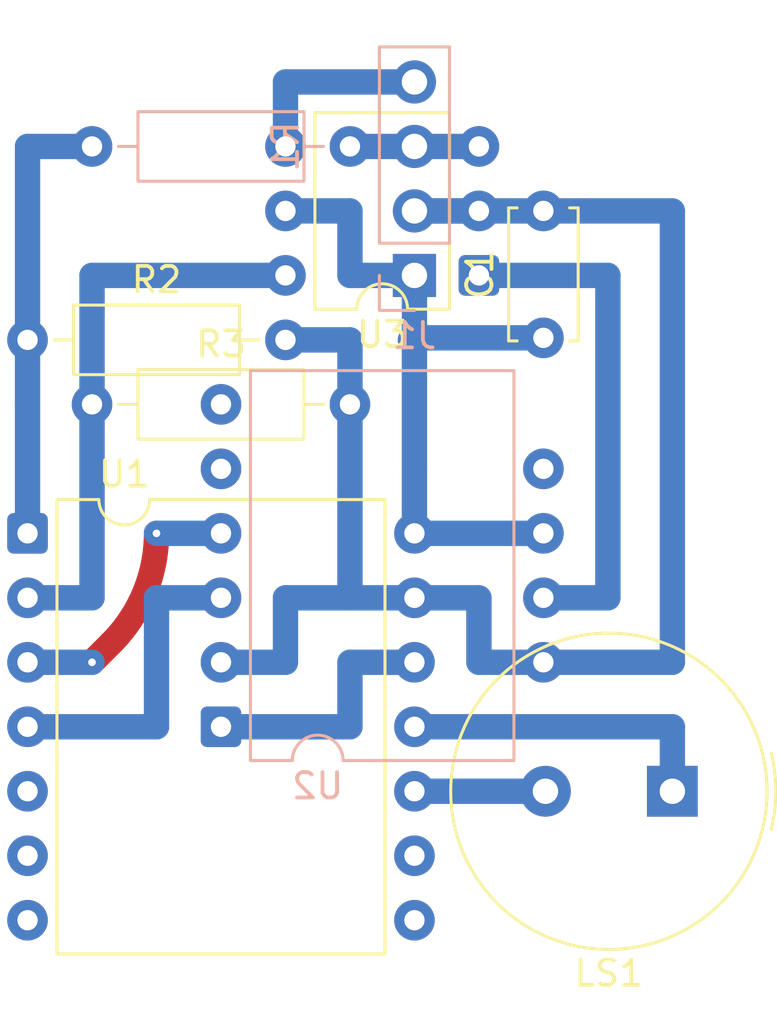
<source format=kicad_pcb>
(kicad_pcb (version 20241229) (generator "pcbnew") (generator_version "9.0")
  (layers (0 "F.Cu" signal) (2 "B.Cu" signal) (13 "F.Paste" user) (15 "B.Paste" user) (5 "F.SilkS" user "F.Silkscreen") (7 "B.SilkS" user "B.Silkscreen") (1 "F.Mask" user) (3 "B.Mask" user) (25 "Edge.Cuts" user))
  (net 0 "")
  (net 1 "/KNOB")
  (net 2 "/RETURN")
  (net 4 "+3V3")
  (net 5 "GND")
  (net 6 "+5V")
  (net 11 "/BYPASS")
  (net 12 "/SDA")
  (net 13 "/SCL")
  (net 14 "/INPUT")
  (net 15 "/OUPUT")
  (net 16 "Net-(U1-PA5_A9_D9_MISO)")
  (net 19 "Net-(U1-PA6_A10_D10_MOSI)")
  (footprint "Capacitor_THT:C_Disc_D5.0mm_W2.5mm_P5.00mm" (layer "F.Cu") (at 81.28 106.6 90)
    (property "Reference" "C1" (at 2.5 -2.5 90) (layer "F.SilkS"))
    (property "Value" "0.1µF")
    (fp_line (start 5.12 -1.37) (end 5.12 -1.033) (stroke (width 0.12)) (layer "F.SilkS"))
    (fp_line (start -0.12 -1.37) (end 5.12 -1.37) (stroke (width 0.12)) (layer "F.SilkS"))
    (fp_line (start -0.12 -1.033) (end -0.12 -1.37) (stroke (width 0.12)) (layer "F.SilkS"))
    (fp_line (start 5.12 1.033) (end 5.12 1.37) (stroke (width 0.12)) (layer "F.SilkS"))
    (fp_line (start 5.12 1.37) (end -0.12 1.37) (stroke (width 0.12)) (layer "F.SilkS"))
    (fp_line (start -0.12 1.37) (end -0.12 1.033) (stroke (width 0.12)) (layer "F.SilkS"))
    (pad "1" thru_hole circle (at 0 0 90) (size 1.6 1.6) (drill 0.8) (layers "*.Cu" "*.Mask") (net 6 "+5V"))
    (pad "2" thru_hole circle (at 5 0 90) (size 1.6 1.6) (drill 0.8) (layers "*.Cu" "*.Mask") (net 5 "GND"))
  )
  (footprint "Resistor_THT:R_Axial_DIN0207_L6.3mm_D2.5mm_P10.16mm_Horizontal" (layer "F.Cu") (at 60.96 106.68)
    (property "Reference" "R2" (at 5.08 -2.37 0) (layer "F.SilkS"))
    (property "Value" "18kΩ")
    (fp_line (start 1.04 0) (end 1.81 0) (stroke (width 0.12)) (layer "F.SilkS"))
    (fp_line (start 9.12 0) (end 8.35 0) (stroke (width 0.12)) (layer "F.SilkS"))
    (fp_rect (start 1.81 -1.37) (end 8.35 1.37) (stroke (width 0.12)) (fill no) (layer "F.SilkS"))
    (pad "1" thru_hole circle (at 0 0) (size 1.6 1.6) (drill 0.8) (layers "*.Cu" "*.Mask") (net 14 "/INPUT"))
    (pad "2" thru_hole circle (at 10.16 0) (size 1.6 1.6) (drill 0.8) (layers "*.Cu" "*.Mask") (net 5 "GND"))
  )
  (footprint "Package_DIP:DIP-14_W7.62mm" (layer "F.Cu") (at 60.96 114.3)
    (property "Reference" "U1" (at 3.81 -2.33 0) (layer "F.SilkS"))
    (property "Value" "XIAO-nRF52840")
    (fp_line (start 1.16 -1.33) (end 1.16 16.57) (stroke (width 0.12)) (layer "F.SilkS"))
    (fp_line (start 1.16 16.57) (end 14.08 16.57) (stroke (width 0.12)) (layer "F.SilkS"))
    (fp_line (start 2.81 -1.33) (end 1.16 -1.33) (stroke (width 0.12)) (layer "F.SilkS"))
    (fp_line (start 14.08 -1.33) (end 4.81 -1.33) (stroke (width 0.12)) (layer "F.SilkS"))
    (fp_line (start 14.08 16.57) (end 14.08 -1.33) (stroke (width 0.12)) (layer "F.SilkS"))
    (fp_arc (start 4.81 -1.33) (mid 3.81 -0.33) (end 2.81 -1.33) (stroke (width 0.12)) (layer "F.SilkS"))
    (pad "1" thru_hole roundrect (at 0 0) (size 1.6 1.6) (drill 0.8) (layers "*.Cu" "*.Mask") (roundrect_rratio 0.15625) (net 14 "/INPUT"))
    (pad "2" thru_hole circle (at 0 2.54) (size 1.6 1.6) (drill 0.8) (layers "*.Cu" "*.Mask") (net 11 "/BYPASS"))
    (pad "3" thru_hole circle (at 0 5.08) (size 1.6 1.6) (drill 0.8) (layers "*.Cu" "*.Mask") (net 13 "/SCL"))
    (pad "4" thru_hole circle (at 0 7.62) (size 1.6 1.6) (drill 0.8) (layers "*.Cu" "*.Mask") (net 12 "/SDA"))
    (pad "5" thru_hole circle (at 0 10.16) (size 1.6 1.6) (drill 0.8) (layers "*.Cu" "*.Mask"))
    (pad "6" thru_hole circle (at 0 12.7) (size 1.6 1.6) (drill 0.8) (layers "*.Cu" "*.Mask"))
    (pad "7" thru_hole circle (at 0 15.24) (size 1.6 1.6) (drill 0.8) (layers "*.Cu" "*.Mask"))
    (pad "8" thru_hole circle (at 15.24 15.24) (size 1.6 1.6) (drill 0.8) (layers "*.Cu" "*.Mask"))
    (pad "9" thru_hole circle (at 15.24 12.7) (size 1.6 1.6) (drill 0.8) (layers "*.Cu" "*.Mask"))
    (pad "10" thru_hole circle (at 15.24 10.16) (size 1.6 1.6) (drill 0.8) (layers "*.Cu" "*.Mask") (net 16 "Net-(U1-PA5_A9_D9_MISO)"))
    (pad "11" thru_hole circle (at 15.24 7.62) (size 1.6 1.6) (drill 0.8) (layers "*.Cu" "*.Mask") (net 19 "Net-(U1-PA6_A10_D10_MOSI)"))
    (pad "12" thru_hole circle (at 15.24 5.08) (size 1.6 1.6) (drill 0.8) (layers "*.Cu" "*.Mask") (net 4 "+3V3"))
    (pad "13" thru_hole circle (at 15.24 2.54) (size 1.6 1.6) (drill 0.8) (layers "*.Cu" "*.Mask") (net 5 "GND"))
    (pad "14" thru_hole circle (at 15.24 0) (size 1.6 1.6) (drill 0.8) (layers "*.Cu" "*.Mask") (net 6 "+5V"))
  )
  (footprint "Resistor_THT:R_Axial_DIN0207_L6.3mm_D2.5mm_P10.16mm_Horizontal" (layer "F.Cu") (at 63.5 109.22)
    (property "Reference" "R3" (at 5.08 -2.37 0) (layer "F.SilkS"))
    (property "Value" "10kΩ")
    (fp_line (start 1.04 0) (end 1.81 0) (stroke (width 0.12)) (layer "F.SilkS"))
    (fp_line (start 9.12 0) (end 8.35 0) (stroke (width 0.12)) (layer "F.SilkS"))
    (fp_rect (start 1.81 -1.37) (end 8.35 1.37) (stroke (width 0.12)) (fill no) (layer "F.SilkS"))
    (pad "1" thru_hole circle (at 0 0) (size 1.6 1.6) (drill 0.8) (layers "*.Cu" "*.Mask") (net 11 "/BYPASS"))
    (pad "2" thru_hole circle (at 10.16 0) (size 1.6 1.6) (drill 0.8) (layers "*.Cu" "*.Mask") (net 5 "GND"))
  )
  (footprint "Buzzer_Beeper:Buzzer_TDK_PS1240P02BT_D12.2mm_H6.5mm" (layer "F.Cu") (at 86.36 124.46 180)
    (property "Reference" "LS1" (at 2.5 -7.17 0) (layer "F.SilkS"))
    (property "Value" "Speaker")
    (fp_arc (start -3.9 1.499999) (mid -4.073431 0) (end -3.9 -1.5) (stroke (width 0.12)) (layer "F.SilkS"))
    (fp_circle (center 2.5 0) (end 8.73 0) (stroke (width 0.12)) (fill no) (layer "F.SilkS"))
    (pad "1" thru_hole rect (at 0 0 180) (size 2 2) (drill 1) (layers "*.Cu" "*.Mask") (net 19 "Net-(U1-PA6_A10_D10_MOSI)"))
    (pad "2" thru_hole circle (at 5 0 180) (size 2 2) (drill 1) (layers "*.Cu" "*.Mask") (net 16 "Net-(U1-PA5_A9_D9_MISO)"))
  )
  (footprint "Package_DIP:DIP-6_W7.62mm" (layer "F.Cu") (at 78.74 104.14 180)
    (property "Reference" "U3" (at 3.81 -2.33 0) (layer "F.SilkS"))
    (property "Value" "TS5A3159DBV")
    (fp_line (start 6.46 6.41) (end 6.46 -1.33) (stroke (width 0.12)) (layer "F.SilkS"))
    (fp_line (start 6.46 -1.33) (end 4.81 -1.33) (stroke (width 0.12)) (layer "F.SilkS"))
    (fp_line (start 2.81 -1.33) (end 1.16 -1.33) (stroke (width 0.12)) (layer "F.SilkS"))
    (fp_line (start 1.16 6.41) (end 6.46 6.41) (stroke (width 0.12)) (layer "F.SilkS"))
    (fp_line (start 1.16 -1.33) (end 1.16 6.41) (stroke (width 0.12)) (layer "F.SilkS"))
    (fp_arc (start 4.81 -1.33) (mid 3.81 -0.33) (end 2.81 -1.33) (stroke (width 0.12)) (layer "F.SilkS"))
    (pad "1" thru_hole roundrect (at 0 0 180) (size 1.6 1.6) (drill 0.8) (layers "*.Cu" "*.Mask") (roundrect_rratio 0.15625) (net 15 "/OUPUT"))
    (pad "2" thru_hole circle (at 0 2.54 180) (size 1.6 1.6) (drill 0.8) (layers "*.Cu" "*.Mask") (net 5 "GND"))
    (pad "3" thru_hole circle (at 0 5.08 180) (size 1.6 1.6) (drill 0.8) (layers "*.Cu" "*.Mask") (net 1 "/KNOB"))
    (pad "4" thru_hole circle (at 7.62 5.08 180) (size 1.6 1.6) (drill 0.8) (layers "*.Cu" "*.Mask") (net 2 "/RETURN"))
    (pad "5" thru_hole circle (at 7.62 2.54 180) (size 1.6 1.6) (drill 0.8) (layers "*.Cu" "*.Mask") (net 6 "+5V"))
    (pad "6" thru_hole circle (at 7.62 0 180) (size 1.6 1.6) (drill 0.8) (layers "*.Cu" "*.Mask") (net 11 "/BYPASS"))
  )
  (footprint "Resistor_THT:R_Axial_DIN0207_L6.3mm_D2.5mm_P10.16mm_Horizontal" (layer "B.Cu") (at 73.66 99.06 180)
    (property "Reference" "R1" (at 2.54 0 90) (layer "B.SilkS") (effects (justify mirror)))
    (property "Value" "10kΩ")
    (fp_line (start 9.12 0) (end 8.35 0) (stroke (width 0.12)) (layer "B.SilkS"))
    (fp_line (start 1.04 0) (end 1.81 0) (stroke (width 0.12)) (layer "B.SilkS"))
    (fp_rect (start 1.81 1.37) (end 8.35 -1.37) (stroke (width 0.12)) (fill no) (layer "B.SilkS"))
    (pad "1" thru_hole circle (at 0 0 180) (size 1.6 1.6) (drill 0.8) (layers "*.Cu" "*.Mask") (net 1 "/KNOB"))
    (pad "2" thru_hole circle (at 10.16 0 180) (size 1.6 1.6) (drill 0.8) (layers "*.Cu" "*.Mask") (net 14 "/INPUT"))
  )
  (footprint "Package_DIP:DIP-12_W7.62mm" (layer "B.Cu") (at 68.58 121.92)
    (property "Reference" "U2" (at 3.81 2.33 180) (layer "B.SilkS") (effects (justify mirror)))
    (property "Value" "Adafruit DS3502")
    (fp_line (start 1.16 -14.03) (end 11.54 -14.03) (stroke (width 0.12)) (layer "B.SilkS"))
    (fp_line (start 1.16 1.33) (end 1.16 -14.03) (stroke (width 0.12)) (layer "B.SilkS"))
    (fp_line (start 2.81 1.33) (end 1.16 1.33) (stroke (width 0.12)) (layer "B.SilkS"))
    (fp_line (start 11.54 -14.03) (end 11.54 1.33) (stroke (width 0.12)) (layer "B.SilkS"))
    (fp_line (start 11.54 1.33) (end 4.81 1.33) (stroke (width 0.12)) (layer "B.SilkS"))
    (fp_arc (start 2.81 1.33) (mid 3.81 0.33) (end 4.81 1.33) (stroke (width 0.12)) (layer "B.SilkS"))
    (pad "1" thru_hole circle (at 0 -7.62) (size 1.6 1.6) (drill 0.8) (layers "*.Cu" "*.Mask") (net 13 "/SCL"))
    (pad "2" thru_hole circle (at 0 -2.54) (size 1.6 1.6) (drill 0.8) (layers "*.Cu" "*.Mask") (net 5 "GND"))
    (pad "3" thru_hole roundrect (at 0 0) (size 1.6 1.6) (drill 0.8) (layers "*.Cu" "*.Mask") (roundrect_rratio 0.15625) (net 4 "+3V3"))
    (pad "4" thru_hole circle (at 0 -12.7) (size 1.6 1.6) (drill 0.8) (layers "*.Cu" "*.Mask"))
    (pad "5" thru_hole circle (at 0 -10.16) (size 1.6 1.6) (drill 0.8) (layers "*.Cu" "*.Mask"))
    (pad "6" thru_hole circle (at 12.7 -7.62) (size 1.6 1.6) (drill 0.8) (layers "*.Cu" "*.Mask") (net 6 "+5V"))
    (pad "7" thru_hole circle (at 12.7 -5.08) (size 1.6 1.6) (drill 0.8) (layers "*.Cu" "*.Mask") (net 15 "/OUPUT"))
    (pad "8" thru_hole circle (at 12.7 -2.54) (size 1.6 1.6) (drill 0.8) (layers "*.Cu" "*.Mask") (net 5 "GND"))
    (pad "9" thru_hole circle (at 12.7 -10.16) (size 1.6 1.6) (drill 0.8) (layers "*.Cu" "*.Mask"))
    (pad "10" thru_hole circle (at 0 -5.08) (size 1.6 1.6) (drill 0.8) (layers "*.Cu" "*.Mask") (net 12 "/SDA"))
  )
  (footprint "Connector_PinHeader_2.54mm:PinHeader_1x04_P2.54mm_Vertical" (layer "B.Cu") (at 76.2 104.14)
    (property "Reference" "J1" (at 0 2.38 0) (layer "B.SilkS") (effects (justify mirror)))
    (property "Value" "Conn_Stove")
    (fp_line (start -1.38 -9) (end 1.38 -9) (stroke (width 0.12)) (layer "B.SilkS"))
    (fp_line (start -1.38 -1.27) (end -1.38 -9) (stroke (width 0.12)) (layer "B.SilkS"))
    (fp_line (start -1.38 -1.27) (end 1.38 -1.27) (stroke (width 0.12)) (layer "B.SilkS"))
    (fp_line (start -1.38 0) (end -1.38 1.38) (stroke (width 0.12)) (layer "B.SilkS"))
    (fp_line (start -1.38 1.38) (end 0 1.38) (stroke (width 0.12)) (layer "B.SilkS"))
    (fp_line (start 1.38 -1.27) (end 1.38 -9) (stroke (width 0.12)) (layer "B.SilkS"))
    (pad "1" thru_hole rect (at 0 0) (size 1.7 1.7) (drill 1) (layers "*.Cu" "*.Mask") (net 6 "+5V"))
    (pad "2" thru_hole circle (at 0 -2.54) (size 1.7 1.7) (drill 1) (layers "*.Cu" "*.Mask") (net 5 "GND"))
    (pad "3" thru_hole circle (at 0 -5.08) (size 1.7 1.7) (drill 1) (layers "*.Cu" "*.Mask") (net 1 "/KNOB"))
    (pad "4" thru_hole circle (at 0 -7.62) (size 1.7 1.7) (drill 1) (layers "*.Cu" "*.Mask") (net 2 "/RETURN"))
  )
  (segment (start 76.2 99.06) (end 73.66 99.06) (width 1) (layer "B.Cu") (net 1))
  (segment (start 76.2 99.06) (end 78.74 99.06) (width 1) (layer "B.Cu") (net 1))
  (segment (start 71.12 96.52) (end 71.12 99.06) (width 1) (layer "B.Cu") (net 2))
  (segment (start 76.2 96.52) (end 71.12 96.52) (width 1) (layer "B.Cu") (net 2))
  (segment (start 73.66 121.92) (end 68.58 121.92) (width 1) (layer "B.Cu") (net 4))
  (segment (start 73.66 119.38) (end 73.66 121.92) (width 1) (layer "B.Cu") (net 4))
  (segment (start 76.2 119.38) (end 73.66 119.38) (width 1) (layer "B.Cu") (net 4))
  (segment (start 86.36 101.6) (end 86.36 119.38) (width 1) (layer "B.Cu") (net 5))
  (segment (start 71.12 119.38) (end 68.58 119.38) (width 1) (layer "B.Cu") (net 5))
  (segment (start 81.28 101.6) (end 86.36 101.6) (width 1) (layer "B.Cu") (net 5))
  (segment (start 76.2 116.84) (end 73.66 116.84) (width 1) (layer "B.Cu") (net 5))
  (segment (start 78.74 116.84) (end 76.2 116.84) (width 1) (layer "B.Cu") (net 5))
  (segment (start 78.74 101.6) (end 76.2 101.6) (width 1) (layer "B.Cu") (net 5))
  (segment (start 81.28 119.38) (end 78.74 119.38) (width 1) (layer "B.Cu") (net 5))
  (segment (start 76.2 101.6) (end 81.28 101.6) (width 1) (layer "B.Cu") (net 5))
  (segment (start 86.36 119.38) (end 81.28 119.38) (width 1) (layer "B.Cu") (net 5))
  (segment (start 73.66 109.22) (end 73.66 116.84) (width 1) (layer "B.Cu") (net 5))
  (segment (start 73.66 106.68) (end 73.66 109.22) (width 1) (layer "B.Cu") (net 5))
  (segment (start 73.66 116.84) (end 71.12 116.84) (width 1) (layer "B.Cu") (net 5))
  (segment (start 78.74 119.38) (end 78.74 116.84) (width 1) (layer "B.Cu") (net 5))
  (segment (start 71.12 106.68) (end 73.66 106.68) (width 1) (layer "B.Cu") (net 5))
  (segment (start 71.12 116.84) (end 71.12 119.38) (width 1) (layer "B.Cu") (net 5))
  (segment (start 76.12 106.6) (end 76.2 106.6) (width 1) (layer "B.Cu") (net 6))
  (segment (start 76.2 111.76) (end 76.2 106.68) (width 1) (layer "B.Cu") (net 6))
  (segment (start 81.28 114.3) (end 76.2 114.3) (width 1) (layer "B.Cu") (net 6))
  (segment (start 71.12 101.6) (end 73.66 101.6) (width 1) (layer "B.Cu") (net 6))
  (segment (start 73.66 104.14) (end 76.2 104.14) (width 1) (layer "B.Cu") (net 6))
  (segment (start 81.28 106.6) (end 76.2 106.6) (width 1) (layer "B.Cu") (net 6))
  (segment (start 76.2 104.14) (end 76.2 106.68) (width 1) (layer "B.Cu") (net 6))
  (segment (start 76.2 114.3) (end 76.2 111.76) (width 1) (layer "B.Cu") (net 6))
  (segment (start 73.66 101.6) (end 73.66 104.14) (width 1) (layer "B.Cu") (net 6))
  (segment (start 76.04 106.68) (end 76.12 106.6) (width 1) (layer "B.Cu") (net 6))
  (segment (start 76.2 106.68) (end 76.2 106.6) (width 1) (layer "B.Cu") (net 6))
  (segment (start 63.5 104.14) (end 71.12 104.14) (width 1) (layer "B.Cu") (net 11))
  (segment (start 63.5 116.84) (end 60.96 116.84) (width 1) (layer "B.Cu") (net 11))
  (segment (start 63.5 109.22) (end 63.5 116.84) (width 1) (layer "B.Cu") (net 11))
  (segment (start 63.5 109.22) (end 63.5 104.14) (width 1) (layer "B.Cu") (net 11))
  (segment (start 66.04 116.84) (end 66.04 121.92) (width 1) (layer "B.Cu") (net 12))
  (segment (start 68.58 116.84) (end 66.04 116.84) (width 1) (layer "B.Cu") (net 12))
  (segment (start 66.04 121.92) (end 60.96 121.92) (width 1) (layer "B.Cu") (net 12))
  (segment (start 63.5 119.38) (end 64.243948 118.636052) (width 1) (layer "F.Cu") (net 13))
  (via (at 66.04 114.3) (size 0.6) (drill 0.3) (layers "F.Cu" "B.Cu") (net 13))
  (via (at 63.5 119.38) (size 0.6) (drill 0.3) (layers "F.Cu" "B.Cu") (net 13))
  (arc (start 64.243948 118.636052) (mid 65.573221 116.646654) (end 66.04 114.3) (width 1) (layer "F.Cu") (net 13))
  (segment (start 60.96 119.38) (end 63.5 119.38) (width 1) (layer "B.Cu") (net 13))
  (segment (start 66.04 114.3) (end 68.58 114.3) (width 1) (layer "B.Cu") (net 13))
  (segment (start 60.96 106.68) (end 60.96 99.06) (width 1) (layer "B.Cu") (net 14))
  (segment (start 63.5 99.06) (end 60.96 99.06) (width 1) (layer "B.Cu") (net 14))
  (segment (start 60.96 109.22) (end 60.96 106.68) (width 1) (layer "B.Cu") (net 14))
  (segment (start 60.96 114.3) (end 60.96 109.22) (width 1) (layer "B.Cu") (net 14))
  (segment (start 83.82 116.84) (end 81.28 116.84) (width 1) (layer "B.Cu") (net 15))
  (segment (start 78.74 104.14) (end 83.82 104.14) (width 1) (layer "B.Cu") (net 15))
  (segment (start 83.82 104.14) (end 83.82 116.84) (width 1) (layer "B.Cu") (net 15))
  (segment (start 81.36 124.46) (end 76.2 124.46) (width 1) (layer "B.Cu") (net 16))
  (segment (start 86.36 121.92) (end 86.36 124.46) (width 1) (layer "B.Cu") (net 19))
  (segment (start 76.2 121.92) (end 86.36 121.92) (width 1) (layer "B.Cu") (net 19))
)
</source>
